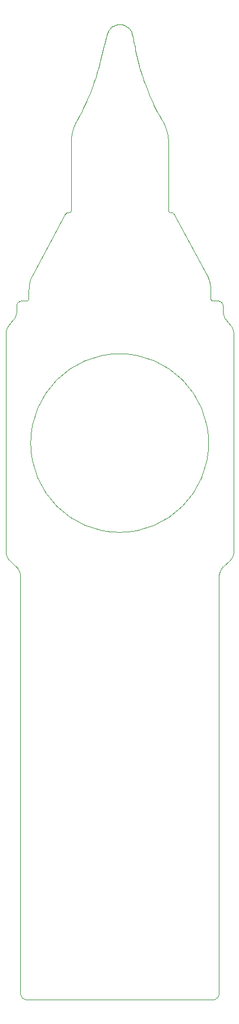
<source format=gm1>
G04 #@! TF.GenerationSoftware,KiCad,Pcbnew,(5.1.10)-1*
G04 #@! TF.CreationDate,2021-11-22T20:28:52+00:00*
G04 #@! TF.ProjectId,Big Ben Ornament,42696720-4265-46e2-904f-726e616d656e,rev?*
G04 #@! TF.SameCoordinates,Original*
G04 #@! TF.FileFunction,Profile,NP*
%FSLAX46Y46*%
G04 Gerber Fmt 4.6, Leading zero omitted, Abs format (unit mm)*
G04 Created by KiCad (PCBNEW (5.1.10)-1) date 2021-11-22 20:28:52*
%MOMM*%
%LPD*%
G01*
G04 APERTURE LIST*
G04 #@! TA.AperFunction,Profile*
%ADD10C,0.050000*%
G04 #@! TD*
G04 APERTURE END LIST*
D10*
X101765445Y-34255429D02*
X101670309Y-34565999D01*
X101670309Y-34565999D02*
X101579541Y-34878196D01*
X101579541Y-34878196D02*
X101492404Y-35192424D01*
X101492404Y-35192424D02*
X101408160Y-35509092D01*
X101408160Y-35509092D02*
X101326070Y-35828604D01*
X101326070Y-35828604D02*
X101245398Y-36151367D01*
X101245398Y-36151367D02*
X101165405Y-36477787D01*
X101165405Y-36477787D02*
X101085354Y-36808272D01*
X101085354Y-36808272D02*
X101004507Y-37143226D01*
X101004507Y-37143226D02*
X100922127Y-37483057D01*
X100922127Y-37483057D02*
X100837476Y-37828170D01*
X100837476Y-37828170D02*
X100749816Y-38178972D01*
X100749816Y-38178972D02*
X100658409Y-38535870D01*
X100658409Y-38535870D02*
X100562519Y-38899269D01*
X100562519Y-38899269D02*
X100461406Y-39269576D01*
X100461406Y-39269576D02*
X100354334Y-39647197D01*
X100354334Y-39647197D02*
X100240564Y-40032538D01*
X100240564Y-40032538D02*
X100119360Y-40426006D01*
X100119360Y-40426006D02*
X99989983Y-40828007D01*
X99989983Y-40828007D02*
X99851696Y-41238948D01*
X99851696Y-41238948D02*
X99703760Y-41659234D01*
X99703760Y-41659234D02*
X99545439Y-42089272D01*
X99545439Y-42089272D02*
X99375995Y-42529468D01*
X99375995Y-42529468D02*
X99194690Y-42980229D01*
X99194690Y-42980229D02*
X99000785Y-43441960D01*
X99000785Y-43441960D02*
X98793545Y-43915069D01*
X98793545Y-43915069D02*
X98572230Y-44399961D01*
X98572230Y-44399961D02*
X98336104Y-44897043D01*
X98336104Y-44897043D02*
X98084428Y-45406721D01*
X98084428Y-45406721D02*
X97816465Y-45929402D01*
X97816465Y-45929402D02*
X97531478Y-46465491D01*
X97531478Y-46465491D02*
X97228728Y-47015395D01*
X110464936Y-49573034D02*
X110464043Y-49500095D01*
X110464043Y-49500095D02*
X110461395Y-49424927D01*
X110461395Y-49424927D02*
X110457032Y-49347699D01*
X110457032Y-49347699D02*
X110450997Y-49268578D01*
X110450997Y-49268578D02*
X110443331Y-49187734D01*
X110443331Y-49187734D02*
X110434077Y-49105335D01*
X110434077Y-49105335D02*
X110423277Y-49021550D01*
X110423277Y-49021550D02*
X110410972Y-48936548D01*
X110410972Y-48936548D02*
X110397205Y-48850496D01*
X110397205Y-48850496D02*
X110382017Y-48763563D01*
X110382017Y-48763563D02*
X110365451Y-48675919D01*
X110365451Y-48675919D02*
X110347548Y-48587732D01*
X110347548Y-48587732D02*
X110328351Y-48499169D01*
X110328351Y-48499169D02*
X110307902Y-48410401D01*
X110307902Y-48410401D02*
X110286242Y-48321595D01*
X110286242Y-48321595D02*
X110263414Y-48232921D01*
X110263414Y-48232921D02*
X110239459Y-48144546D01*
X110239459Y-48144546D02*
X110214419Y-48056639D01*
X110214419Y-48056639D02*
X110188337Y-47969369D01*
X110188337Y-47969369D02*
X110161254Y-47882905D01*
X110161254Y-47882905D02*
X110133213Y-47797415D01*
X110133213Y-47797415D02*
X110104255Y-47713067D01*
X110104255Y-47713067D02*
X110074423Y-47630031D01*
X110074423Y-47630031D02*
X110043758Y-47548475D01*
X110043758Y-47548475D02*
X110012303Y-47468567D01*
X110012303Y-47468567D02*
X109980099Y-47390476D01*
X109980099Y-47390476D02*
X109947188Y-47314371D01*
X109947188Y-47314371D02*
X109913613Y-47240420D01*
X109913613Y-47240420D02*
X109879415Y-47168792D01*
X109879415Y-47168792D02*
X109844636Y-47099656D01*
X109844636Y-47099656D02*
X109809319Y-47033179D01*
X109809319Y-47033179D02*
X109773505Y-46969532D01*
X105317920Y-34421224D02*
X105273626Y-34255546D01*
X105273626Y-34255546D02*
X105217328Y-34099848D01*
X105217328Y-34099848D02*
X105149796Y-33954167D01*
X105149796Y-33954167D02*
X105071799Y-33818541D01*
X105071799Y-33818541D02*
X104984108Y-33693008D01*
X104984108Y-33693008D02*
X104887492Y-33577604D01*
X104887492Y-33577604D02*
X104782721Y-33472367D01*
X104782721Y-33472367D02*
X104670567Y-33377336D01*
X104670567Y-33377336D02*
X104551797Y-33292546D01*
X104551797Y-33292546D02*
X104427183Y-33218036D01*
X104427183Y-33218036D02*
X104297495Y-33153844D01*
X104297495Y-33153844D02*
X104163502Y-33100006D01*
X104163502Y-33100006D02*
X104025974Y-33056560D01*
X104025974Y-33056560D02*
X103885682Y-33023543D01*
X103885682Y-33023543D02*
X103743394Y-33000994D01*
X103743394Y-33000994D02*
X103599883Y-32988949D01*
X103599883Y-32988949D02*
X103455916Y-32987446D01*
X103455916Y-32987446D02*
X103312265Y-32996523D01*
X103312265Y-32996523D02*
X103169699Y-33016217D01*
X103169699Y-33016217D02*
X103028989Y-33046565D01*
X103028989Y-33046565D02*
X102890903Y-33087605D01*
X102890903Y-33087605D02*
X102756213Y-33139374D01*
X102756213Y-33139374D02*
X102625688Y-33201911D01*
X102625688Y-33201911D02*
X102500099Y-33275251D01*
X102500099Y-33275251D02*
X102380214Y-33359434D01*
X102380214Y-33359434D02*
X102266804Y-33454495D01*
X102266804Y-33454495D02*
X102160640Y-33560474D01*
X102160640Y-33560474D02*
X102062491Y-33677406D01*
X102062491Y-33677406D02*
X101973127Y-33805331D01*
X101973127Y-33805331D02*
X101893318Y-33944284D01*
X101893318Y-33944284D02*
X101823834Y-34094304D01*
X101823834Y-34094304D02*
X101765445Y-34255429D01*
X110554787Y-59621221D02*
X110520540Y-59580477D01*
X110520540Y-59580477D02*
X110494013Y-59534887D01*
X110494013Y-59534887D02*
X110475659Y-59485545D01*
X110475659Y-59485545D02*
X110465932Y-59433546D01*
X110465932Y-59433546D02*
X110464422Y-59403061D01*
X109773505Y-46969532D02*
X109467963Y-46431759D01*
X109467963Y-46431759D02*
X109179313Y-45907581D01*
X109179313Y-45907581D02*
X108906939Y-45396578D01*
X108906939Y-45396578D02*
X108650224Y-44898330D01*
X108650224Y-44898330D02*
X108408552Y-44412417D01*
X108408552Y-44412417D02*
X108181306Y-43938419D01*
X108181306Y-43938419D02*
X107967871Y-43475917D01*
X107967871Y-43475917D02*
X107767631Y-43024490D01*
X107767631Y-43024490D02*
X107579968Y-42583718D01*
X107579968Y-42583718D02*
X107404267Y-42153183D01*
X107404267Y-42153183D02*
X107239912Y-41732463D01*
X107239912Y-41732463D02*
X107086286Y-41321139D01*
X107086286Y-41321139D02*
X106942773Y-40918792D01*
X106942773Y-40918792D02*
X106808757Y-40525000D01*
X106808757Y-40525000D02*
X106683622Y-40139345D01*
X106683622Y-40139345D02*
X106566751Y-39761407D01*
X106566751Y-39761407D02*
X106457528Y-39390765D01*
X106457528Y-39390765D02*
X106355337Y-39027000D01*
X106355337Y-39027000D02*
X106259561Y-38669692D01*
X106259561Y-38669692D02*
X106169585Y-38318421D01*
X106169585Y-38318421D02*
X106084793Y-37972767D01*
X106084793Y-37972767D02*
X106004567Y-37632310D01*
X106004567Y-37632310D02*
X105928292Y-37296631D01*
X105928292Y-37296631D02*
X105855351Y-36965310D01*
X105855351Y-36965310D02*
X105785129Y-36637926D01*
X105785129Y-36637926D02*
X105717008Y-36314059D01*
X105717008Y-36314059D02*
X105650374Y-35993291D01*
X105650374Y-35993291D02*
X105584609Y-35675201D01*
X105584609Y-35675201D02*
X105519097Y-35359369D01*
X105519097Y-35359369D02*
X105453223Y-35045375D01*
X105453223Y-35045375D02*
X105386369Y-34732800D01*
X105386369Y-34732800D02*
X105317920Y-34421224D01*
X110464422Y-59403061D02*
X110464936Y-49573034D01*
X110772947Y-59711586D02*
X110719920Y-59706991D01*
X110719920Y-59706991D02*
X110668926Y-59693511D01*
X110668926Y-59693511D02*
X110621058Y-59671600D01*
X110621058Y-59671600D02*
X110577411Y-59641709D01*
X110577411Y-59641709D02*
X110554787Y-59621221D01*
X96170395Y-59711864D02*
X96108992Y-59715936D01*
X96108992Y-59715936D02*
X96049617Y-59727904D01*
X96049617Y-59727904D02*
X95992971Y-59747397D01*
X95992971Y-59747397D02*
X95939756Y-59774042D01*
X95939756Y-59774042D02*
X95890675Y-59807468D01*
X95890675Y-59807468D02*
X95846431Y-59847302D01*
X95846431Y-59847302D02*
X95807727Y-59893173D01*
X95807727Y-59893173D02*
X95775264Y-59944709D01*
X116497449Y-71936684D02*
X116497449Y-70693838D01*
X117703943Y-111527866D02*
X117704664Y-111473702D01*
X117704664Y-111473702D02*
X117706822Y-111419709D01*
X117706822Y-111419709D02*
X117710404Y-111365913D01*
X117710404Y-111365913D02*
X117715401Y-111312339D01*
X117715401Y-111312339D02*
X117721801Y-111259014D01*
X117721801Y-111259014D02*
X117729592Y-111205962D01*
X117729592Y-111205962D02*
X117738765Y-111153210D01*
X117738765Y-111153210D02*
X117749308Y-111100784D01*
X117749308Y-111100784D02*
X117761210Y-111048709D01*
X117761210Y-111048709D02*
X117774460Y-110997011D01*
X117774460Y-110997011D02*
X117789047Y-110945717D01*
X117789047Y-110945717D02*
X117804961Y-110894851D01*
X117804961Y-110894851D02*
X117822189Y-110844440D01*
X117822189Y-110844440D02*
X117840722Y-110794510D01*
X117840722Y-110794510D02*
X117860548Y-110745086D01*
X117860548Y-110745086D02*
X117881656Y-110696195D01*
X117881656Y-110696195D02*
X117904035Y-110647862D01*
X117904035Y-110647862D02*
X117927674Y-110600112D01*
X117927674Y-110600112D02*
X117952563Y-110552972D01*
X117952563Y-110552972D02*
X117978690Y-110506468D01*
X117978690Y-110506468D02*
X118006044Y-110460625D01*
X118006044Y-110460625D02*
X118034615Y-110415470D01*
X118034615Y-110415470D02*
X118064391Y-110371027D01*
X118064391Y-110371027D02*
X118095361Y-110327324D01*
X118095361Y-110327324D02*
X118127515Y-110284385D01*
X118127515Y-110284385D02*
X118160841Y-110242236D01*
X118160841Y-110242236D02*
X118195328Y-110200904D01*
X118195328Y-110200904D02*
X118230966Y-110160414D01*
X118230966Y-110160414D02*
X118267743Y-110120793D01*
X118267743Y-110120793D02*
X118305648Y-110082065D01*
X118305648Y-110082065D02*
X118344671Y-110044256D01*
X118344671Y-110044256D02*
X118384801Y-110007394D01*
X89340601Y-170732176D02*
X89345348Y-170826200D01*
X89345348Y-170826200D02*
X89359284Y-170917508D01*
X89359284Y-170917508D02*
X89381944Y-171005638D01*
X89381944Y-171005638D02*
X89412868Y-171090127D01*
X89412868Y-171090127D02*
X89451592Y-171170513D01*
X89451592Y-171170513D02*
X89497654Y-171246335D01*
X89497654Y-171246335D02*
X89550593Y-171317129D01*
X89550593Y-171317129D02*
X89609946Y-171382434D01*
X89609946Y-171382434D02*
X89675251Y-171441787D01*
X89675251Y-171441787D02*
X89746045Y-171494726D01*
X89746045Y-171494726D02*
X89821867Y-171540788D01*
X89821867Y-171540788D02*
X89902253Y-171579512D01*
X89902253Y-171579512D02*
X89986742Y-171610436D01*
X89986742Y-171610436D02*
X90074872Y-171633096D01*
X90074872Y-171633096D02*
X90166180Y-171647032D01*
X90166180Y-171647032D02*
X90260205Y-171651780D01*
X116497449Y-70693838D02*
X116496922Y-70625750D01*
X116496922Y-70625750D02*
X116495344Y-70557757D01*
X116495344Y-70557757D02*
X116492716Y-70489868D01*
X116492716Y-70489868D02*
X116489042Y-70422095D01*
X116489042Y-70422095D02*
X116484325Y-70354448D01*
X116484325Y-70354448D02*
X116478566Y-70286939D01*
X116478566Y-70286939D02*
X116471768Y-70219579D01*
X116471768Y-70219579D02*
X116463934Y-70152378D01*
X116463934Y-70152378D02*
X116455066Y-70085347D01*
X116455066Y-70085347D02*
X116445168Y-70018498D01*
X116445168Y-70018498D02*
X116434241Y-69951842D01*
X116434241Y-69951842D02*
X116422288Y-69885389D01*
X116422288Y-69885389D02*
X116409313Y-69819150D01*
X116409313Y-69819150D02*
X116395316Y-69753137D01*
X116395316Y-69753137D02*
X116380301Y-69687360D01*
X116380301Y-69687360D02*
X116364271Y-69621831D01*
X116364271Y-69621831D02*
X116347228Y-69556560D01*
X116347228Y-69556560D02*
X116329175Y-69491558D01*
X116329175Y-69491558D02*
X116310114Y-69426837D01*
X116310114Y-69426837D02*
X116290048Y-69362407D01*
X116290048Y-69362407D02*
X116268979Y-69298280D01*
X116268979Y-69298280D02*
X116246910Y-69234466D01*
X116246910Y-69234466D02*
X116223844Y-69170976D01*
X116223844Y-69170976D02*
X116199783Y-69107821D01*
X116199783Y-69107821D02*
X116174730Y-69045013D01*
X116174730Y-69045013D02*
X116148687Y-68982561D01*
X116148687Y-68982561D02*
X116121657Y-68920478D01*
X116121657Y-68920478D02*
X116093643Y-68858775D01*
X116093643Y-68858775D02*
X116064646Y-68797461D01*
X116064646Y-68797461D02*
X116034671Y-68736549D01*
X116034671Y-68736549D02*
X116003718Y-68676049D01*
X116003718Y-68676049D02*
X115971792Y-68615972D01*
X88786737Y-73713615D02*
X88784841Y-73802027D01*
X88784841Y-73802027D02*
X88779179Y-73889916D01*
X88779179Y-73889916D02*
X88769785Y-73977176D01*
X88769785Y-73977176D02*
X88756697Y-74063695D01*
X88756697Y-74063695D02*
X88739951Y-74149368D01*
X88739951Y-74149368D02*
X88719581Y-74234084D01*
X88719581Y-74234084D02*
X88695626Y-74317735D01*
X88695626Y-74317735D02*
X88668120Y-74400214D01*
X88668120Y-74400214D02*
X88637100Y-74481410D01*
X88637100Y-74481410D02*
X88602602Y-74561217D01*
X88602602Y-74561217D02*
X88564663Y-74639525D01*
X88564663Y-74639525D02*
X88523317Y-74716227D01*
X88523317Y-74716227D02*
X88478602Y-74791212D01*
X88478602Y-74791212D02*
X88430553Y-74864374D01*
X88430553Y-74864374D02*
X88379206Y-74935604D01*
X88379206Y-74935604D02*
X88324599Y-75004793D01*
X87841295Y-109273610D02*
X88659742Y-110007394D01*
X88659742Y-110007394D02*
X88699873Y-110044256D01*
X88699873Y-110044256D02*
X88738898Y-110082065D01*
X88738898Y-110082065D02*
X88776805Y-110120793D01*
X88776805Y-110120793D02*
X88813583Y-110160414D01*
X88813583Y-110160414D02*
X88849222Y-110200904D01*
X88849222Y-110200904D02*
X88883710Y-110242236D01*
X88883710Y-110242236D02*
X88917037Y-110284385D01*
X88917037Y-110284385D02*
X88949191Y-110327324D01*
X88949191Y-110327324D02*
X88980161Y-110371027D01*
X88980161Y-110371027D02*
X89009937Y-110415470D01*
X89009937Y-110415470D02*
X89038508Y-110460625D01*
X89038508Y-110460625D02*
X89065862Y-110506468D01*
X89065862Y-110506468D02*
X89091989Y-110552972D01*
X89091989Y-110552972D02*
X89116878Y-110600112D01*
X89116878Y-110600112D02*
X89140517Y-110647862D01*
X89140517Y-110647862D02*
X89162896Y-110696195D01*
X89162896Y-110696195D02*
X89184003Y-110745086D01*
X89184003Y-110745086D02*
X89203828Y-110794510D01*
X89203828Y-110794510D02*
X89222360Y-110844440D01*
X89222360Y-110844440D02*
X89239588Y-110894851D01*
X89239588Y-110894851D02*
X89255501Y-110945717D01*
X89255501Y-110945717D02*
X89270087Y-110997011D01*
X89270087Y-110997011D02*
X89283337Y-111048709D01*
X89283337Y-111048709D02*
X89295238Y-111100784D01*
X89295238Y-111100784D02*
X89305780Y-111153210D01*
X89305780Y-111153210D02*
X89314952Y-111205962D01*
X89314952Y-111205962D02*
X89322744Y-111259014D01*
X89322744Y-111259014D02*
X89329143Y-111312339D01*
X89329143Y-111312339D02*
X89334139Y-111365913D01*
X89334139Y-111365913D02*
X89337721Y-111419709D01*
X89337721Y-111419709D02*
X89339879Y-111473702D01*
X89339879Y-111473702D02*
X89340601Y-111527866D01*
X96491009Y-59622377D02*
X96450265Y-59656624D01*
X96450265Y-59656624D02*
X96404675Y-59683151D01*
X96404675Y-59683151D02*
X96355334Y-59701504D01*
X96355334Y-59701504D02*
X96303334Y-59711231D01*
X96303334Y-59711231D02*
X96272849Y-59712742D01*
X117495795Y-72288400D02*
X116849165Y-72288400D01*
X89340601Y-111527866D02*
X89340601Y-170732176D01*
X90547116Y-70693838D02*
X90547116Y-71936684D01*
X115971792Y-68615972D02*
X111269280Y-59944709D01*
X90547116Y-71936684D02*
X90543063Y-71990247D01*
X90543063Y-71990247D02*
X90531303Y-72041273D01*
X90531303Y-72041273D02*
X90512433Y-72089167D01*
X90512433Y-72089167D02*
X90487048Y-72133332D01*
X90487048Y-72133332D02*
X90455746Y-72173170D01*
X90455746Y-72173170D02*
X90419124Y-72208085D01*
X90419124Y-72208085D02*
X90377777Y-72237481D01*
X90377777Y-72237481D02*
X90332304Y-72260760D01*
X90332304Y-72260760D02*
X90283299Y-72277327D01*
X90283299Y-72277327D02*
X90231361Y-72286584D01*
X90231361Y-72286584D02*
X90195400Y-72288400D01*
X90260205Y-171651780D02*
X116784339Y-171651780D01*
X96579608Y-49467205D02*
X96581374Y-59404217D01*
X119767684Y-108017722D02*
X119767684Y-76885084D01*
X116224911Y-92529615D02*
G75*
G03*
X116224911Y-92529615I-12700000J0D01*
G01*
X87280391Y-108021254D02*
X87282775Y-108110277D01*
X87282775Y-108110277D02*
X87289878Y-108198638D01*
X87289878Y-108198638D02*
X87301620Y-108286173D01*
X87301620Y-108286173D02*
X87317926Y-108372714D01*
X87317926Y-108372714D02*
X87338717Y-108458098D01*
X87338717Y-108458098D02*
X87363915Y-108542159D01*
X87363915Y-108542159D02*
X87393445Y-108624730D01*
X87393445Y-108624730D02*
X87427227Y-108705648D01*
X87427227Y-108705648D02*
X87465184Y-108784747D01*
X87465184Y-108784747D02*
X87507240Y-108861861D01*
X87507240Y-108861861D02*
X87553316Y-108936825D01*
X87553316Y-108936825D02*
X87603335Y-109009474D01*
X87603335Y-109009474D02*
X87657220Y-109079642D01*
X87657220Y-109079642D02*
X87714894Y-109147164D01*
X87714894Y-109147164D02*
X87776277Y-109211875D01*
X87776277Y-109211875D02*
X87841295Y-109273610D01*
X87661375Y-75819709D02*
X87616404Y-75876824D01*
X87616404Y-75876824D02*
X87574109Y-75935661D01*
X87574109Y-75935661D02*
X87534522Y-75996121D01*
X87534522Y-75996121D02*
X87497673Y-76058105D01*
X87497673Y-76058105D02*
X87463594Y-76121515D01*
X87463594Y-76121515D02*
X87432316Y-76186254D01*
X87432316Y-76186254D02*
X87403869Y-76252223D01*
X87403869Y-76252223D02*
X87378285Y-76319323D01*
X87378285Y-76319323D02*
X87355594Y-76387457D01*
X87355594Y-76387457D02*
X87335829Y-76456527D01*
X87335829Y-76456527D02*
X87319018Y-76526433D01*
X87319018Y-76526433D02*
X87305195Y-76597078D01*
X87305195Y-76597078D02*
X87294390Y-76668364D01*
X87294390Y-76668364D02*
X87286633Y-76740192D01*
X87286633Y-76740192D02*
X87281956Y-76812465D01*
X87281956Y-76812465D02*
X87280391Y-76885084D01*
X88324599Y-75004793D02*
X87661375Y-75819709D01*
X89548749Y-72288400D02*
X89470427Y-72292305D01*
X89470427Y-72292305D02*
X89394462Y-72303772D01*
X89394462Y-72303772D02*
X89321225Y-72322421D01*
X89321225Y-72322421D02*
X89251089Y-72347877D01*
X89251089Y-72347877D02*
X89184425Y-72379760D01*
X89184425Y-72379760D02*
X89121606Y-72417695D01*
X89121606Y-72417695D02*
X89063004Y-72461304D01*
X89063004Y-72461304D02*
X89008991Y-72510210D01*
X89008991Y-72510210D02*
X88959939Y-72564035D01*
X88959939Y-72564035D02*
X88916220Y-72622402D01*
X88916220Y-72622402D02*
X88878206Y-72684934D01*
X88878206Y-72684934D02*
X88846269Y-72751253D01*
X88846269Y-72751253D02*
X88820782Y-72820983D01*
X88820782Y-72820983D02*
X88802116Y-72893745D01*
X88802116Y-72893745D02*
X88790643Y-72969163D01*
X88790643Y-72969163D02*
X88786737Y-73046860D01*
X87280391Y-76885084D02*
X87280391Y-108021254D01*
X97228728Y-47015395D02*
X97195827Y-47075943D01*
X97195827Y-47075943D02*
X97163302Y-47139085D01*
X97163302Y-47139085D02*
X97131195Y-47204665D01*
X97131195Y-47204665D02*
X97099550Y-47272528D01*
X97099550Y-47272528D02*
X97068412Y-47342517D01*
X97068412Y-47342517D02*
X97037824Y-47414477D01*
X97037824Y-47414477D02*
X97007830Y-47488252D01*
X97007830Y-47488252D02*
X96978475Y-47563687D01*
X96978475Y-47563687D02*
X96949801Y-47640626D01*
X96949801Y-47640626D02*
X96921854Y-47718913D01*
X96921854Y-47718913D02*
X96894676Y-47798392D01*
X96894676Y-47798392D02*
X96868313Y-47878908D01*
X96868313Y-47878908D02*
X96842807Y-47960305D01*
X96842807Y-47960305D02*
X96818203Y-48042428D01*
X96818203Y-48042428D02*
X96794545Y-48125120D01*
X96794545Y-48125120D02*
X96771876Y-48208227D01*
X96771876Y-48208227D02*
X96750241Y-48291592D01*
X96750241Y-48291592D02*
X96729683Y-48375059D01*
X96729683Y-48375059D02*
X96710247Y-48458474D01*
X96710247Y-48458474D02*
X96691976Y-48541680D01*
X96691976Y-48541680D02*
X96674914Y-48624521D01*
X96674914Y-48624521D02*
X96659105Y-48706843D01*
X96659105Y-48706843D02*
X96644594Y-48788488D01*
X96644594Y-48788488D02*
X96631423Y-48869303D01*
X96631423Y-48869303D02*
X96619638Y-48949130D01*
X96619638Y-48949130D02*
X96609281Y-49027815D01*
X96609281Y-49027815D02*
X96600397Y-49105201D01*
X96600397Y-49105201D02*
X96593030Y-49181132D01*
X96593030Y-49181132D02*
X96587224Y-49255454D01*
X96587224Y-49255454D02*
X96583022Y-49328011D01*
X96583022Y-49328011D02*
X96580468Y-49398646D01*
X96580468Y-49398646D02*
X96579608Y-49467205D01*
X110874170Y-59711864D02*
X110772947Y-59711586D01*
X88786737Y-73046860D02*
X88786737Y-73713615D01*
X118719945Y-75008325D02*
X118665337Y-74938514D01*
X118665337Y-74938514D02*
X118613990Y-74866740D01*
X118613990Y-74866740D02*
X118565941Y-74793107D01*
X118565941Y-74793107D02*
X118521226Y-74717717D01*
X118521226Y-74717717D02*
X118479880Y-74640673D01*
X118479880Y-74640673D02*
X118441941Y-74562079D01*
X118441941Y-74562079D02*
X118407443Y-74482039D01*
X118407443Y-74482039D02*
X118376423Y-74400655D01*
X118376423Y-74400655D02*
X118348917Y-74318031D01*
X118348917Y-74318031D02*
X118324962Y-74234270D01*
X118324962Y-74234270D02*
X118304592Y-74149475D01*
X118304592Y-74149475D02*
X118287846Y-74063751D01*
X118287846Y-74063751D02*
X118274758Y-73977199D01*
X118274758Y-73977199D02*
X118265364Y-73889923D01*
X118265364Y-73889923D02*
X118259702Y-73802027D01*
X118259702Y-73802027D02*
X118257807Y-73713615D01*
X119206780Y-109273610D02*
X119271797Y-109211874D01*
X119271797Y-109211874D02*
X119333180Y-109147157D01*
X119333180Y-109147157D02*
X119390854Y-109079619D01*
X119390854Y-109079619D02*
X119444739Y-109009419D01*
X119444739Y-109009419D02*
X119494758Y-108936717D01*
X119494758Y-108936717D02*
X119540834Y-108861675D01*
X119540834Y-108861675D02*
X119582890Y-108784451D01*
X119582890Y-108784451D02*
X119620847Y-108705207D01*
X119620847Y-108705207D02*
X119654629Y-108624102D01*
X119654629Y-108624102D02*
X119684159Y-108541296D01*
X119684159Y-108541296D02*
X119709357Y-108456950D01*
X119709357Y-108456950D02*
X119730148Y-108371224D01*
X119730148Y-108371224D02*
X119746454Y-108284278D01*
X119746454Y-108284278D02*
X119758196Y-108196272D01*
X119758196Y-108196272D02*
X119765299Y-108107367D01*
X119765299Y-108107367D02*
X119767684Y-108017722D01*
X96272849Y-59712742D02*
X96170395Y-59711864D01*
X119767684Y-76885084D02*
X119766107Y-76812291D01*
X119766107Y-76812291D02*
X119761399Y-76739875D01*
X119761399Y-76739875D02*
X119753594Y-76667931D01*
X119753594Y-76667931D02*
X119742726Y-76596552D01*
X119742726Y-76596552D02*
X119728827Y-76525832D01*
X119728827Y-76525832D02*
X119711933Y-76455867D01*
X119711933Y-76455867D02*
X119692077Y-76386750D01*
X119692077Y-76386750D02*
X119669292Y-76318576D01*
X119669292Y-76318576D02*
X119643613Y-76251438D01*
X119643613Y-76251438D02*
X119615072Y-76185431D01*
X119615072Y-76185431D02*
X119583705Y-76120650D01*
X119583705Y-76120650D02*
X119549544Y-76057188D01*
X119549544Y-76057188D02*
X119512623Y-75995140D01*
X119512623Y-75995140D02*
X119472977Y-75934600D01*
X119472977Y-75934600D02*
X119430638Y-75875662D01*
X119430638Y-75875662D02*
X119385642Y-75818422D01*
X95775264Y-59944709D02*
X91072752Y-68619503D01*
X111269280Y-59944709D02*
X111236816Y-59893173D01*
X111236816Y-59893173D02*
X111198111Y-59847302D01*
X111198111Y-59847302D02*
X111153868Y-59807468D01*
X111153868Y-59807468D02*
X111104789Y-59774042D01*
X111104789Y-59774042D02*
X111051577Y-59747397D01*
X111051577Y-59747397D02*
X110994934Y-59727904D01*
X110994934Y-59727904D02*
X110935564Y-59715936D01*
X110935564Y-59715936D02*
X110874170Y-59711864D01*
X116849165Y-72288400D02*
X116795602Y-72284347D01*
X116795602Y-72284347D02*
X116744575Y-72272587D01*
X116744575Y-72272587D02*
X116696681Y-72253717D01*
X116696681Y-72253717D02*
X116652517Y-72228332D01*
X116652517Y-72228332D02*
X116612679Y-72197030D01*
X116612679Y-72197030D02*
X116577763Y-72160408D01*
X116577763Y-72160408D02*
X116548368Y-72119061D01*
X116548368Y-72119061D02*
X116525088Y-72073588D01*
X116525088Y-72073588D02*
X116508521Y-72024583D01*
X116508521Y-72024583D02*
X116499264Y-71972645D01*
X116499264Y-71972645D02*
X116497449Y-71936684D01*
X118257807Y-73050412D02*
X118253853Y-72972787D01*
X118253853Y-72972787D02*
X118242254Y-72897340D01*
X118242254Y-72897340D02*
X118223399Y-72824459D01*
X118223399Y-72824459D02*
X118197679Y-72754537D01*
X118197679Y-72754537D02*
X118165485Y-72687963D01*
X118165485Y-72687963D02*
X118127208Y-72625129D01*
X118127208Y-72625129D02*
X118083237Y-72566424D01*
X118083237Y-72566424D02*
X118033965Y-72512241D01*
X118033965Y-72512241D02*
X117979782Y-72462969D01*
X117979782Y-72462969D02*
X117921077Y-72418998D01*
X117921077Y-72418998D02*
X117858243Y-72380721D01*
X117858243Y-72380721D02*
X117791669Y-72348527D01*
X117791669Y-72348527D02*
X117721747Y-72322807D01*
X117721747Y-72322807D02*
X117648866Y-72303952D01*
X117648866Y-72303952D02*
X117573419Y-72292353D01*
X117573419Y-72292353D02*
X117495795Y-72288400D01*
X119385642Y-75818422D02*
X118719945Y-75008325D01*
X96581374Y-59404217D02*
X96576780Y-59457243D01*
X96576780Y-59457243D02*
X96563300Y-59508237D01*
X96563300Y-59508237D02*
X96541388Y-59556105D01*
X96541388Y-59556105D02*
X96511497Y-59599752D01*
X96511497Y-59599752D02*
X96491009Y-59622377D01*
X117703943Y-170732176D02*
X117703943Y-111527866D01*
X118257807Y-73713615D02*
X118257807Y-73050412D01*
X118384801Y-110007394D02*
X119206780Y-109273610D01*
X91072752Y-68619503D02*
X91040825Y-68679259D01*
X91040825Y-68679259D02*
X91009873Y-68739458D01*
X91009873Y-68739458D02*
X90979897Y-68800089D01*
X90979897Y-68800089D02*
X90950901Y-68861140D01*
X90950901Y-68861140D02*
X90922887Y-68922599D01*
X90922887Y-68922599D02*
X90895858Y-68984455D01*
X90895858Y-68984455D02*
X90869816Y-69046696D01*
X90869816Y-69046696D02*
X90844763Y-69109311D01*
X90844763Y-69109311D02*
X90820703Y-69172287D01*
X90820703Y-69172287D02*
X90797638Y-69235613D01*
X90797638Y-69235613D02*
X90775570Y-69299278D01*
X90775570Y-69299278D02*
X90754502Y-69363269D01*
X90754502Y-69363269D02*
X90734437Y-69427576D01*
X90734437Y-69427576D02*
X90715376Y-69492187D01*
X90715376Y-69492187D02*
X90697324Y-69557089D01*
X90697324Y-69557089D02*
X90680282Y-69622272D01*
X90680282Y-69622272D02*
X90664253Y-69687724D01*
X90664253Y-69687724D02*
X90649239Y-69753433D01*
X90649239Y-69753433D02*
X90635244Y-69819387D01*
X90635244Y-69819387D02*
X90622269Y-69885575D01*
X90622269Y-69885575D02*
X90610317Y-69951985D01*
X90610317Y-69951985D02*
X90599391Y-70018606D01*
X90599391Y-70018606D02*
X90589494Y-70085426D01*
X90589494Y-70085426D02*
X90580627Y-70152433D01*
X90580627Y-70152433D02*
X90572794Y-70219616D01*
X90572794Y-70219616D02*
X90565997Y-70286963D01*
X90565997Y-70286963D02*
X90560238Y-70354462D01*
X90560238Y-70354462D02*
X90555521Y-70422102D01*
X90555521Y-70422102D02*
X90551847Y-70489871D01*
X90551847Y-70489871D02*
X90549220Y-70557758D01*
X90549220Y-70557758D02*
X90547642Y-70625751D01*
X90547642Y-70625751D02*
X90547116Y-70693838D01*
X116784339Y-171651780D02*
X116878363Y-171647032D01*
X116878363Y-171647032D02*
X116969671Y-171633096D01*
X116969671Y-171633096D02*
X117057801Y-171610436D01*
X117057801Y-171610436D02*
X117142290Y-171579512D01*
X117142290Y-171579512D02*
X117222676Y-171540788D01*
X117222676Y-171540788D02*
X117298498Y-171494726D01*
X117298498Y-171494726D02*
X117369292Y-171441787D01*
X117369292Y-171441787D02*
X117434597Y-171382434D01*
X117434597Y-171382434D02*
X117493950Y-171317129D01*
X117493950Y-171317129D02*
X117546889Y-171246335D01*
X117546889Y-171246335D02*
X117592951Y-171170513D01*
X117592951Y-171170513D02*
X117631675Y-171090127D01*
X117631675Y-171090127D02*
X117662599Y-171005638D01*
X117662599Y-171005638D02*
X117685259Y-170917508D01*
X117685259Y-170917508D02*
X117699195Y-170826200D01*
X117699195Y-170826200D02*
X117703943Y-170732176D01*
X90195400Y-72288400D02*
X89548749Y-72288400D01*
M02*

</source>
